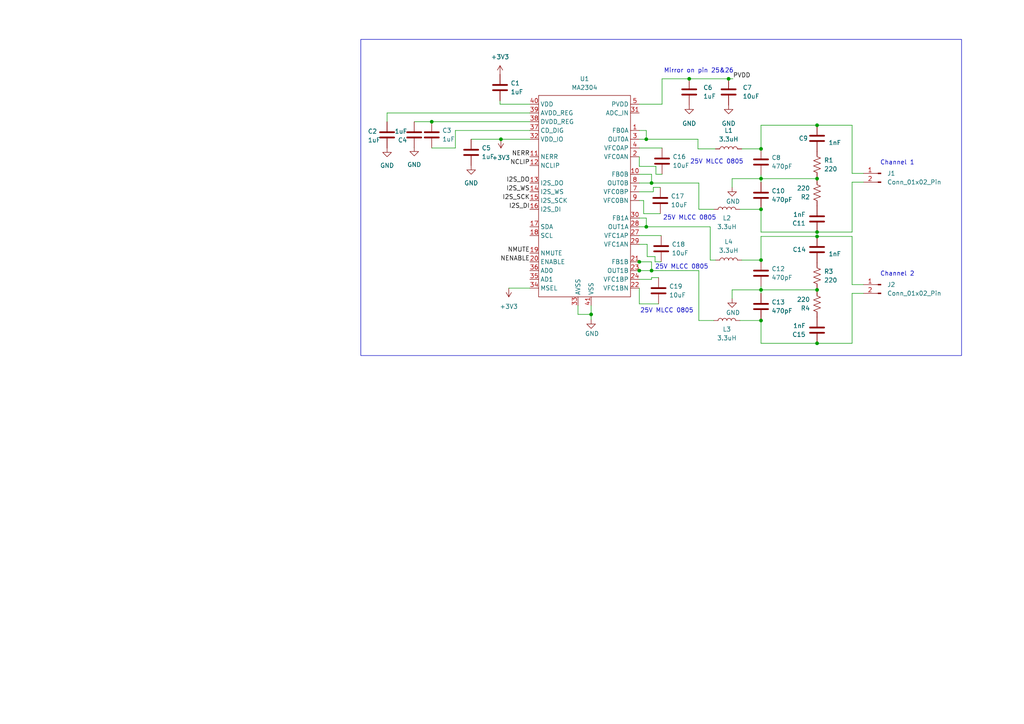
<source format=kicad_sch>
(kicad_sch (version 20230121) (generator eeschema)
  (paper "A4")
  (lib_symbols
    (symbol "Connector:Conn_01x02_Pin" (pin_names (offset 1.016) hide)
      (property "Reference" "J" (at 0 2.54 0))
      (property "Value" "Conn_01x02_Pin" (at 0 -5.08 0))
      (symbol "Conn_01x02_Pin_1_1"
        (polyline (pts (xy 1.27 -2.54) (xy 0.8636 -2.54)) (stroke (width 0.1524)))
        (polyline (pts (xy 1.27 0) (xy 0.8636 0)) (stroke (width 0.1524)))
        (rectangle (start 0.8636 -2.413) (end 0 -2.667) (stroke (width 0.1524)) (fill (type outline)))
        (rectangle (start 0.8636 0.127) (end 0 -0.127) (stroke (width 0.1524)) (fill (type outline)))
        (pin passive line (at 5.08 0 180) (length 3.81) (name "Pin_1") (number "1"))
        (pin passive line (at 5.08 -2.54 180) (length 3.81) (name "Pin_2") (number "2"))
      )
    )
    (symbol "Device:C" (pin_numbers hide) (pin_names (offset 0.254))
      (property "Reference" "C" (at 0.635 2.54 0))
      (property "Value" "C" (at 0.635 -2.54 0))
      (symbol "C_0_1"
        (polyline (pts (xy -2.032 -0.762) (xy 2.032 -0.762)) (stroke (width 0.508)))
        (polyline (pts (xy -2.032 0.762) (xy 2.032 0.762)) (stroke (width 0.508)))
      )
      (symbol "C_1_1"
        (pin passive line (at 0 3.81 270) (length 2.794) (name "~") (number "1"))
        (pin passive line (at 0 -3.81 90) (length 2.794) (name "~") (number "2"))
      )
    )
    (symbol "Device:L" (pin_numbers hide) (pin_names (offset 1.016) hide)
      (property "Reference" "L" (at -1.27 0 90))
      (property "Value" "L" (at 1.905 0 90))
      (symbol "L_0_1"
        (arc (start 0 -2.54) (mid 0.6323 -1.905) (end 0 -1.27))
        (arc (start 0 -1.27) (mid 0.6323 -0.635) (end 0 0))
        (arc (start 0 0) (mid 0.6323 0.635) (end 0 1.27))
        (arc (start 0 1.27) (mid 0.6323 1.905) (end 0 2.54))
      )
      (symbol "L_1_1"
        (pin passive line (at 0 3.81 270) (length 1.27) (name "1") (number "1"))
        (pin passive line (at 0 -3.81 90) (length 1.27) (name "2") (number "2"))
      )
    )
    (symbol "Device:R_US" (pin_numbers hide) (pin_names (offset 0))
      (property "Reference" "R" (at 2.54 0 90))
      (property "Value" "R_US" (at -2.54 0 90))
      (symbol "R_US_0_1"
        (polyline (pts (xy 0 -2.286) (xy 0 -2.54)))
        (polyline (pts (xy 0 2.286) (xy 0 2.54)))
        (polyline (pts (xy 0 -0.762) (xy 1.016 -1.143) (xy 0 -1.524) (xy -1.016 -1.905) (xy 0 -2.286)))
        (polyline (pts (xy 0 0.762) (xy 1.016 0.381) (xy 0 0) (xy -1.016 -0.381) (xy 0 -0.762)))
        (polyline (pts (xy 0 2.286) (xy 1.016 1.905) (xy 0 1.524) (xy -1.016 1.143) (xy 0 0.762)))
      )
      (symbol "R_US_1_1"
        (pin passive line (at 0 3.81 270) (length 1.27) (name "~") (number "1"))
        (pin passive line (at 0 -3.81 90) (length 1.27) (name "~") (number "2"))
      )
    )
    (symbol "global:MA2304_1"
      (property "Reference" "U1" (at -0.635 36.83 0))
      (property "Value" "MA2304" (at -0.635 34.29 0))
      (symbol "MA2304_1_0_1"
        (rectangle (start -13.97 33.02) (end 12.7 -25.4))
      )
      (symbol "MA2304_1_1_1"
        (pin bidirectional line (at 15.24 22.86 180) (length 2.54) (name "FB0A") (number "1"))
        (pin bidirectional line (at 15.24 10.16 180) (length 2.54) (name "FB0B") (number "10"))
        (pin output line (at -16.51 15.24 0) (length 2.54) (name "NERR") (number "11"))
        (pin output line (at -16.51 12.7 0) (length 2.54) (name "NCLIP") (number "12"))
        (pin output line (at -16.51 7.62 0) (length 2.54) (name "I2S_DO") (number "13"))
        (pin input line (at -16.51 5.08 0) (length 2.54) (name "I2S_WS") (number "14"))
        (pin input line (at -16.51 2.54 0) (length 2.54) (name "I2S_SCK") (number "15"))
        (pin input line (at -16.51 0 0) (length 2.54) (name "I2S_DI") (number "16"))
        (pin input line (at -16.51 -5.08 0) (length 2.54) (name "SDA") (number "17"))
        (pin input line (at -16.51 -7.62 0) (length 2.54) (name "SCL") (number "18"))
        (pin input line (at -16.51 -12.7 0) (length 2.54) (name "NMUTE") (number "19"))
        (pin bidirectional line (at 15.24 15.24 180) (length 2.54) (name "VFC0AN") (number "2"))
        (pin input line (at -16.51 -15.24 0) (length 2.54) (name "ENABLE") (number "20"))
        (pin bidirectional line (at 15.24 -15.24 180) (length 2.54) (name "FB1B") (number "21"))
        (pin bidirectional line (at 15.24 -22.86 180) (length 2.54) (name "VFC1BN") (number "22"))
        (pin output line (at 15.24 -17.78 180) (length 2.54) (name "OUT1B") (number "23"))
        (pin bidirectional line (at 15.24 -20.32 180) (length 2.54) (name "VFC1BP") (number "24"))
        (pin power_in line (at 15.24 30.48 180) (length 2.54) hide (name "PVDD") (number "25"))
        (pin power_in line (at 15.24 30.48 180) (length 2.54) hide (name "PVDD") (number "26"))
        (pin bidirectional line (at 15.24 -7.62 180) (length 2.54) (name "VFC1AP") (number "27"))
        (pin output line (at 15.24 -5.08 180) (length 2.54) (name "OUT1A") (number "28"))
        (pin bidirectional line (at 15.24 -10.16 180) (length 2.54) (name "VFC1AN") (number "29"))
        (pin output line (at 15.24 20.32 180) (length 2.54) (name "OUT0A") (number "3"))
        (pin bidirectional line (at 15.24 -2.54 180) (length 2.54) (name "FB1A") (number "30"))
        (pin input line (at 15.24 27.94 180) (length 2.54) (name "ADC_IN") (number "31"))
        (pin input line (at -16.51 20.32 0) (length 2.54) (name "VDD_IO") (number "32"))
        (pin power_in line (at -2.54 -27.94 90) (length 2.54) (name "AVSS") (number "33"))
        (pin input line (at -16.51 -22.86 0) (length 2.54) (name "MSEL") (number "34"))
        (pin input line (at -16.51 -20.32 0) (length 2.54) (name "AD1") (number "35"))
        (pin input line (at -16.51 -17.78 0) (length 2.54) (name "AD0") (number "36"))
        (pin bidirectional line (at -16.51 22.86 0) (length 2.54) (name "CD_DIG") (number "37"))
        (pin power_in line (at -16.51 25.4 0) (length 2.54) (name "DVDD_REG") (number "38"))
        (pin power_in line (at -16.51 27.94 0) (length 2.54) (name "AVDD_REG") (number "39"))
        (pin bidirectional line (at 15.24 17.78 180) (length 2.54) (name "VFC0AP") (number "4"))
        (pin input line (at -16.51 30.48 0) (length 2.54) (name "VDD") (number "40"))
        (pin power_in line (at 1.27 -27.94 90) (length 2.54) (name "VSS") (number "41"))
        (pin power_in line (at 15.24 30.48 180) (length 2.54) (name "PVDD") (number "5"))
        (pin power_in line (at 15.24 30.48 180) (length 2.54) hide (name "PVDD") (number "6"))
        (pin bidirectional line (at 15.24 5.08 180) (length 2.54) (name "VFC0BP") (number "7"))
        (pin output line (at 15.24 7.62 180) (length 2.54) (name "OUT0B") (number "8"))
        (pin bidirectional line (at 15.24 2.54 180) (length 2.54) (name "VFC0BN") (number "9"))
      )
    )
    (symbol "power:+3V3" (power) (pin_names (offset 0))
      (property "Value" "+3V3" (at 0 3.556 0))
      (symbol "+3V3_0_1"
        (polyline (pts (xy -0.762 1.27) (xy 0 2.54)))
        (polyline (pts (xy 0 0) (xy 0 2.54)))
        (polyline (pts (xy 0 2.54) (xy 0.762 1.27)))
      )
      (symbol "+3V3_1_1"
        (pin power_in line (at 0 0 90) (length 0) hide (name "+3V3") (number "1"))
      )
    )
    (symbol "power:GND" (power) (pin_names (offset 0))
      (property "Value" "GND" (at 0 -3.81 0))
      (symbol "GND_0_1"
        (polyline (pts (xy 0 0) (xy 0 -1.27) (xy 1.27 -1.27) (xy 0 -2.54) (xy -1.27 -1.27) (xy 0 -1.27)))
      )
      (symbol "GND_1_1"
        (pin power_in line (at 0 0 270) (length 0) hide (name "GND") (number "1"))
      )
    )
  )
  (junction (at 199.898 22.86))
  (junction (at 220.726 43.18))
  (junction (at 187.452 65.786))
  (junction (at 188.976 78.486))
  (junction (at 236.982 99.568))
  (junction (at 185.42 78.486))
  (junction (at 220.726 84.074))
  (junction (at 188.976 53.086))
  (junction (at 236.982 84.074))
  (junction (at 220.726 75.438))
  (junction (at 236.982 36.322))
  (junction (at 145.288 40.386))
  (junction (at 236.982 68.58))
  (junction (at 171.45 91.186))
  (junction (at 185.42 75.946))
  (junction (at 220.726 60.706))
  (junction (at 220.726 51.816))
  (junction (at 211.328 22.86))
  (junction (at 236.982 67.31))
  (junction (at 187.452 40.386))
  (junction (at 236.982 51.816))
  (junction (at 125.222 35.306))
  (junction (at 220.726 92.964))
  (wire (pts (xy 132.08 37.846) (xy 132.08 42.926)))
  (wire (pts (xy 188.976 81.026) (xy 188.976 80.518)))
  (wire (pts (xy 187.452 63.246) (xy 187.452 65.786)))
  (wire (pts (xy 220.726 51.816) (xy 236.982 51.816)))
  (wire (pts (xy 187.452 40.386) (xy 202.438 40.386)))
  (wire (pts (xy 145.288 40.386) (xy 153.67 40.386)))
  (wire (pts (xy 191.516 61.976) (xy 186.69 61.976)))
  (wire (pts (xy 220.726 68.58) (xy 220.726 75.438)))
  (wire (pts (xy 220.726 36.322) (xy 220.726 43.18)))
  (wire (pts (xy 215.138 43.18) (xy 220.726 43.18)))
  (wire (pts (xy 167.64 88.646) (xy 167.64 91.186)))
  (wire (pts (xy 185.42 88.138) (xy 191.008 88.138)))
  (wire (pts (xy 236.982 99.568) (xy 220.726 99.568)))
  (wire (pts (xy 202.438 40.386) (xy 202.438 43.18)))
  (wire (pts (xy 236.982 68.58) (xy 247.142 68.58)))
  (wire (pts (xy 236.982 36.322) (xy 220.726 36.322)))
  (wire (pts (xy 220.726 50.8) (xy 220.726 51.816)))
  (wire (pts (xy 220.726 84.074) (xy 236.982 84.074)))
  (wire (pts (xy 247.142 36.322) (xy 247.142 50.292)))
  (wire (pts (xy 192.024 50.546) (xy 190.246 50.546)))
  (wire (pts (xy 171.45 92.71) (xy 171.45 91.186)))
  (wire (pts (xy 185.42 81.026) (xy 188.976 81.026)))
  (wire (pts (xy 247.142 67.31) (xy 247.142 52.832)))
  (wire (pts (xy 185.166 75.946) (xy 185.42 75.946)))
  (wire (pts (xy 190.246 48.26) (xy 185.42 48.26)))
  (wire (pts (xy 185.42 37.846) (xy 187.452 37.846)))
  (wire (pts (xy 125.222 35.306) (xy 153.67 35.306)))
  (wire (pts (xy 236.982 67.31) (xy 247.142 67.31)))
  (wire (pts (xy 247.142 52.832) (xy 250.444 52.832)))
  (wire (pts (xy 236.982 68.58) (xy 220.726 68.58)))
  (wire (pts (xy 220.726 84.074) (xy 212.344 84.074)))
  (wire (pts (xy 214.63 92.964) (xy 220.726 92.964)))
  (wire (pts (xy 171.45 91.186) (xy 171.45 88.646)))
  (wire (pts (xy 247.142 68.58) (xy 247.142 82.55)))
  (wire (pts (xy 205.994 65.786) (xy 187.452 65.786)))
  (wire (pts (xy 188.976 80.518) (xy 191.008 80.518)))
  (wire (pts (xy 185.42 40.386) (xy 187.452 40.386)))
  (wire (pts (xy 202.692 78.486) (xy 188.976 78.486)))
  (wire (pts (xy 185.42 65.786) (xy 187.452 65.786)))
  (wire (pts (xy 187.452 37.846) (xy 187.452 40.386)))
  (wire (pts (xy 247.142 99.568) (xy 247.142 85.09)))
  (wire (pts (xy 220.726 51.816) (xy 220.726 52.832)))
  (wire (pts (xy 220.726 60.706) (xy 220.726 60.452)))
  (wire (pts (xy 187.706 70.866) (xy 185.42 70.866)))
  (wire (pts (xy 202.692 53.086) (xy 202.692 60.706)))
  (wire (pts (xy 236.982 83.82) (xy 236.982 84.074)))
  (wire (pts (xy 136.652 40.386) (xy 145.288 40.386)))
  (wire (pts (xy 186.69 61.976) (xy 186.69 58.166)))
  (wire (pts (xy 220.726 92.964) (xy 220.726 92.71)))
  (wire (pts (xy 236.982 36.322) (xy 247.142 36.322)))
  (wire (pts (xy 185.42 88.138) (xy 185.42 83.566)))
  (wire (pts (xy 145.034 30.226) (xy 145.034 29.21)))
  (wire (pts (xy 202.692 60.706) (xy 207.01 60.706)))
  (wire (pts (xy 132.08 37.846) (xy 153.67 37.846)))
  (wire (pts (xy 185.42 30.226) (xy 192.024 30.226)))
  (wire (pts (xy 189.992 75.946) (xy 189.992 74.422)))
  (wire (pts (xy 120.142 42.926) (xy 120.142 42.672)))
  (wire (pts (xy 205.994 75.438) (xy 207.518 75.438)))
  (wire (pts (xy 188.976 53.086) (xy 202.692 53.086)))
  (wire (pts (xy 236.982 51.562) (xy 236.982 51.816)))
  (wire (pts (xy 247.142 85.09) (xy 250.444 85.09)))
  (wire (pts (xy 212.344 84.074) (xy 212.344 86.614)))
  (wire (pts (xy 185.42 75.946) (xy 188.976 75.946)))
  (wire (pts (xy 220.726 51.816) (xy 212.344 51.816)))
  (wire (pts (xy 186.69 58.166) (xy 185.42 58.166)))
  (wire (pts (xy 220.726 67.31) (xy 220.726 60.706)))
  (wire (pts (xy 112.268 32.766) (xy 112.268 35.306)))
  (wire (pts (xy 220.726 83.058) (xy 220.726 84.074)))
  (wire (pts (xy 192.024 22.86) (xy 199.898 22.86)))
  (wire (pts (xy 205.994 65.786) (xy 205.994 75.438)))
  (wire (pts (xy 212.344 51.816) (xy 212.344 54.356)))
  (wire (pts (xy 185.42 63.246) (xy 187.452 63.246)))
  (wire (pts (xy 236.982 99.568) (xy 247.142 99.568)))
  (wire (pts (xy 247.142 82.55) (xy 250.444 82.55)))
  (wire (pts (xy 199.898 22.86) (xy 211.328 22.86)))
  (wire (pts (xy 191.77 75.946) (xy 189.992 75.946)))
  (wire (pts (xy 185.42 50.546) (xy 188.976 50.546)))
  (wire (pts (xy 188.976 53.086) (xy 185.42 53.086)))
  (wire (pts (xy 153.67 30.226) (xy 145.034 30.226)))
  (wire (pts (xy 236.982 67.31) (xy 220.726 67.31)))
  (wire (pts (xy 185.42 55.626) (xy 189.484 55.626)))
  (wire (pts (xy 185.42 68.326) (xy 191.77 68.326)))
  (wire (pts (xy 112.268 32.766) (xy 153.67 32.766)))
  (wire (pts (xy 188.976 75.946) (xy 188.976 78.486)))
  (wire (pts (xy 192.024 22.86) (xy 192.024 30.226)))
  (wire (pts (xy 185.166 78.486) (xy 185.42 78.486)))
  (wire (pts (xy 188.976 50.546) (xy 188.976 53.086)))
  (wire (pts (xy 185.42 78.486) (xy 188.976 78.486)))
  (wire (pts (xy 125.222 35.306) (xy 120.142 35.306)))
  (wire (pts (xy 189.484 54.356) (xy 191.516 54.356)))
  (wire (pts (xy 189.484 55.626) (xy 189.484 54.356)))
  (wire (pts (xy 202.692 78.486) (xy 202.692 92.964)))
  (wire (pts (xy 236.982 52.07) (xy 236.982 51.816)))
  (wire (pts (xy 247.142 50.292) (xy 250.444 50.292)))
  (wire (pts (xy 189.992 74.422) (xy 187.706 74.422)))
  (wire (pts (xy 190.246 50.546) (xy 190.246 48.26)))
  (wire (pts (xy 214.63 60.706) (xy 220.726 60.706)))
  (wire (pts (xy 220.726 99.568) (xy 220.726 92.964)))
  (wire (pts (xy 167.64 91.186) (xy 171.45 91.186)))
  (wire (pts (xy 202.438 43.18) (xy 207.518 43.18)))
  (wire (pts (xy 215.138 75.438) (xy 220.726 75.438)))
  (wire (pts (xy 202.692 92.964) (xy 207.01 92.964)))
  (wire (pts (xy 187.706 74.422) (xy 187.706 70.866)))
  (wire (pts (xy 220.726 84.074) (xy 220.726 85.09)))
  (wire (pts (xy 236.982 84.328) (xy 236.982 84.074)))
  (wire (pts (xy 211.328 22.86) (xy 212.598 22.86)))
  (wire (pts (xy 153.67 83.566) (xy 147.574 83.566)))
  (wire (pts (xy 185.42 42.926) (xy 192.024 42.926)))
  (wire (pts (xy 125.222 42.926) (xy 132.08 42.926)))
  (wire (pts (xy 185.42 48.26) (xy 185.42 45.466)))
  (rectangle (start 104.648 11.43) (end 278.892 103.124))
  (text "25V MLCC 0805\n\n" (at 205.486 80.264 0) (effects (font (size 1.27 1.27)) (justify right bottom)))
  (text "25V MLCC 0805\n\n" (at 200.152 49.784 0) (effects (font (size 1.27 1.27)) (justify left bottom)))
  (text "Mirror on pin 25&26\n" (at 192.532 21.336 0) (effects (font (size 1.27 1.27)) (justify left bottom)))
  (text "Channel 1 \n" (at 255.27 48.006 0) (effects (font (size 1.27 1.27)) (justify left bottom)))
  (text "Channel 2\n" (at 255.27 80.264 0) (effects (font (size 1.27 1.27)) (justify left bottom)))
  (text "25V MLCC 0805\n\n" (at 192.278 66.04 0) (effects (font (size 1.27 1.27)) (justify left bottom)))
  (text "25V MLCC 0805\n\n" (at 201.168 92.964 0) (effects (font (size 1.27 1.27)) (justify right bottom)))
  (label "PVDD" (at 212.598 22.86 0))
  (label "I2S_WS" (at 153.67 55.626 180))
  (label "NCLIP" (at 153.67 48.006 180))
  (label "NERR" (at 153.67 45.466 180))
  (label "NMUTE" (at 153.67 73.406 180))
  (label "I2S_DO" (at 153.67 53.086 180))
  (label "NENABLE" (at 153.67 75.946 180))
  (label "I2S_SCK" (at 153.67 58.166 180))
  (label "I2S_DI" (at 153.67 60.706 180))
  (symbol (lib_id "Device:C") (at 236.982 40.132 0) (unit 1)
    (property "Reference" "C9" (at 231.648 40.132 0) (effects (justify left)))
    (property "Value" "1nF" (at 240.284 41.402 0) (effects (justify left)))
  )
  (symbol (lib_id "Device:L") (at 211.328 43.18 90) (unit 1)
    (property "Reference" "L1" (at 211.328 37.846 90))
    (property "Value" "3.3uH" (at 211.328 40.386 90))
  )
  (symbol (lib_id "Device:C") (at 220.726 56.642 0) (unit 1)
    (property "Reference" "C10" (at 223.774 55.372 0) (effects (justify left)))
    (property "Value" "470pF" (at 223.774 57.912 0) (effects (justify left)))
  )
  (symbol (lib_id "Device:C") (at 220.726 88.9 0) (unit 1)
    (property "Reference" "C13" (at 223.774 87.63 0) (effects (justify left)))
    (property "Value" "470pF" (at 223.774 90.17 0) (effects (justify left)))
  )
  (symbol (lib_id "Device:C") (at 125.222 39.116 0) (unit 1)
    (property "Reference" "C3" (at 128.27 37.846 0) (effects (justify left)))
    (property "Value" "1uF" (at 128.27 40.386 0) (effects (justify left)))
  )
  (symbol (lib_id "Device:L") (at 211.328 75.438 90) (unit 1)
    (property "Reference" "L4" (at 211.328 70.104 90))
    (property "Value" "3.3uH" (at 211.328 72.644 90))
  )
  (symbol (lib_id "Device:R_US") (at 236.982 80.01 0) (unit 1)
    (property "Reference" "R3" (at 239.014 78.74 0) (effects (justify left)))
    (property "Value" "220" (at 239.014 81.28 0) (effects (justify left)))
  )
  (symbol (lib_id "Device:C") (at 236.982 72.39 0) (unit 1)
    (property "Reference" "C14" (at 229.87 72.39 0) (effects (justify left)))
    (property "Value" "1nF" (at 240.284 73.66 0) (effects (justify left)))
  )
  (symbol (lib_id "power:GND") (at 212.344 86.614 0) (unit 1)
    (property "Reference" "#PWR08" (effects hide))
    (property "Value" "GND" (at 212.598 90.678 0))
  )
  (symbol (lib_id "Device:C") (at 211.328 26.67 0) (unit 1)
    (property "Reference" "C7" (at 215.392 25.4 0) (effects (justify left)))
    (property "Value" "10uF" (at 215.392 27.94 0) (effects (justify left)))
  )
  (symbol (lib_id "Device:L") (at 210.82 92.964 270) (mirror x) (unit 1)
    (property "Reference" "L3" (at 210.82 95.504 90))
    (property "Value" "3.3uH" (at 210.82 98.044 90))
  )
  (symbol (lib_id "Device:C") (at 112.268 39.116 0) (unit 1)
    (property "Reference" "C2" (at 106.68 38.1 0) (effects (justify left)))
    (property "Value" "1uF" (at 106.68 40.64 0) (effects (justify left)))
  )
  (symbol (lib_id "Device:C") (at 220.726 79.248 0) (unit 1)
    (property "Reference" "C12" (at 223.774 77.978 0) (effects (justify left)))
    (property "Value" "470pF" (at 223.774 80.518 0) (effects (justify left)))
  )
  (symbol (lib_id "Device:L") (at 210.82 60.706 270) (mirror x) (unit 1)
    (property "Reference" "L2" (at 210.82 63.246 90))
    (property "Value" "3.3uH" (at 210.82 65.786 90))
  )
  (symbol (lib_id "power:+3V3") (at 147.574 83.566 180) (unit 1)
    (property "Reference" "#PWR011" (effects hide))
    (property "Value" "+3V3" (at 147.574 88.9 0))
  )
  (symbol (lib_id "Device:C") (at 136.652 44.196 0) (unit 1)
    (property "Reference" "C5" (at 139.7 42.926 0) (effects (justify left)))
    (property "Value" "1uF" (at 139.7 45.466 0) (effects (justify left)))
  )
  (symbol (lib_id "Device:R_US") (at 236.982 55.88 180) (unit 1)
    (property "Reference" "R2" (at 234.95 57.15 0) (effects (justify left)))
    (property "Value" "220" (at 234.95 54.61 0) (effects (justify left)))
  )
  (symbol (lib_id "power:GND") (at 171.45 92.71 0) (unit 1)
    (property "Reference" "#PWR09" (effects hide))
    (property "Value" "GND" (at 171.704 96.774 0))
  )
  (symbol (lib_id "Connector:Conn_01x02_Pin") (at 255.524 50.292 0) (mirror y) (unit 1)
    (property "Reference" "J1" (at 257.302 50.292 0) (effects (justify right)))
    (property "Value" "Conn_01x02_Pin" (at 257.302 52.832 0) (effects (justify right)))
  )
  (symbol (lib_id "Device:R_US") (at 236.982 47.752 0) (unit 1)
    (property "Reference" "R1" (at 239.014 46.482 0) (effects (justify left)))
    (property "Value" "220" (at 239.014 49.022 0) (effects (justify left)))
  )
  (symbol (lib_id "Device:C") (at 191.77 72.136 0) (unit 1)
    (property "Reference" "C18" (at 194.818 70.866 0) (effects (justify left)))
    (property "Value" "10uF" (at 194.818 73.406 0) (effects (justify left)))
  )
  (symbol (lib_id "Device:R_US") (at 236.982 88.138 180) (unit 1)
    (property "Reference" "R4" (at 234.95 89.408 0) (effects (justify left)))
    (property "Value" "220" (at 234.95 86.868 0) (effects (justify left)))
  )
  (symbol (lib_id "power:GND") (at 136.652 48.006 0) (unit 1)
    (property "Reference" "#PWR04" (effects hide))
    (property "Value" "GND" (at 136.652 53.086 0))
  )
  (symbol (lib_id "power:GND") (at 212.344 54.356 0) (unit 1)
    (property "Reference" "#PWR07" (effects hide))
    (property "Value" "GND" (at 212.598 58.42 0))
  )
  (symbol (lib_id "Device:C") (at 191.008 84.328 0) (unit 1)
    (property "Reference" "C19" (at 194.056 83.058 0) (effects (justify left)))
    (property "Value" "10uF" (at 194.056 85.598 0) (effects (justify left)))
  )
  (symbol (lib_id "Device:C") (at 199.898 26.67 0) (unit 1)
    (property "Reference" "C6" (at 203.962 25.4 0) (effects (justify left)))
    (property "Value" "1uF" (at 203.962 27.94 0) (effects (justify left)))
  )
  (symbol (lib_id "power:GND") (at 199.898 30.48 0) (unit 1)
    (property "Reference" "#PWR05" (effects hide))
    (property "Value" "GND" (at 199.898 35.814 0))
  )
  (symbol (lib_id "power:GND") (at 120.142 42.672 0) (unit 1)
    (property "Reference" "#PWR03" (effects hide))
    (property "Value" "GND" (at 120.142 47.752 0))
  )
  (symbol (lib_id "Connector:Conn_01x02_Pin") (at 255.524 82.55 0) (mirror y) (unit 1)
    (property "Reference" "J2" (at 257.302 82.55 0) (effects (justify right)))
    (property "Value" "Conn_01x02_Pin" (at 257.302 85.09 0) (effects (justify right)))
  )
  (symbol (lib_id "Device:C") (at 220.726 46.99 0) (unit 1)
    (property "Reference" "C8" (at 223.774 45.72 0) (effects (justify left)))
    (property "Value" "470pF" (at 223.774 48.26 0) (effects (justify left)))
  )
  (symbol (lib_id "Device:C") (at 120.142 39.116 0) (unit 1)
    (property "Reference" "C4" (at 118.11 40.64 0) (effects (justify right)))
    (property "Value" "1uF" (at 118.11 38.1 0) (effects (justify right)))
  )
  (symbol (lib_id "Device:C") (at 236.982 63.5 180) (unit 1)
    (property "Reference" "C11" (at 233.68 64.77 0) (effects (justify left)))
    (property "Value" "1nF" (at 233.68 62.23 0) (effects (justify left)))
  )
  (symbol (lib_id "Device:C") (at 192.024 46.736 0) (unit 1)
    (property "Reference" "C16" (at 195.072 45.466 0) (effects (justify left)))
    (property "Value" "10uF" (at 195.072 48.006 0) (effects (justify left)))
  )
  (symbol (lib_id "Device:C") (at 236.982 95.758 180) (unit 1)
    (property "Reference" "C15" (at 233.68 97.028 0) (effects (justify left)))
    (property "Value" "1nF" (at 233.68 94.488 0) (effects (justify left)))
  )
  (symbol (lib_id "global:MA2304_1") (at 170.18 60.706 0) (unit 1)
    (property "Reference" "U1" (at 169.545 22.86 0))
    (property "Value" "MA2304" (at 169.545 25.4 0))
    (property "Footprint" "Package_DFN_QFN:HVQFN-40-1EP_6x6mm_P0.5mm_EP4.1x4.1mm_ThermalVias" (effects hide))
  )
  (symbol (lib_id "Device:C") (at 145.034 25.4 0) (unit 1)
    (property "Reference" "C1" (at 148.082 24.13 0) (effects (justify left)))
    (property "Value" "1uF" (at 148.082 26.67 0) (effects (justify left)))
  )
  (symbol (lib_id "power:GND") (at 211.328 30.48 0) (unit 1)
    (property "Reference" "#PWR06" (effects hide))
    (property "Value" "GND" (at 211.328 35.814 0))
  )
  (symbol (lib_id "power:GND") (at 112.268 42.926 0) (unit 1)
    (property "Reference" "#PWR02" (effects hide))
    (property "Value" "GND" (at 112.268 48.006 0))
  )
  (symbol (lib_id "power:+3V3") (at 145.288 40.386 180) (unit 1)
    (property "Reference" "#PWR010" (effects hide))
    (property "Value" "+3V3" (at 145.288 45.72 0))
  )
  (symbol (lib_id "Device:C") (at 191.516 58.166 0) (unit 1)
    (property "Reference" "C17" (at 194.564 56.896 0) (effects (justify left)))
    (property "Value" "10uF" (at 194.564 59.436 0) (effects (justify left)))
  )
  (symbol (lib_id "power:+3V3") (at 145.034 21.59 0) (unit 1)
    (property "Reference" "#PWR01" (effects hide))
    (property "Value" "+3V3" (at 145.034 16.51 0))
  )
)
</source>
